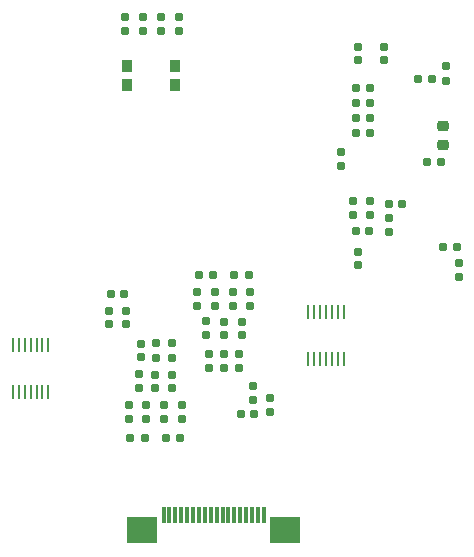
<source format=gbr>
%TF.GenerationSoftware,KiCad,Pcbnew,(7.0.0)*%
%TF.CreationDate,2023-05-27T11:20:30+01:00*%
%TF.ProjectId,left_main,6c656674-5f6d-4616-996e-2e6b69636164,rev?*%
%TF.SameCoordinates,Original*%
%TF.FileFunction,Paste,Top*%
%TF.FilePolarity,Positive*%
%FSLAX46Y46*%
G04 Gerber Fmt 4.6, Leading zero omitted, Abs format (unit mm)*
G04 Created by KiCad (PCBNEW (7.0.0)) date 2023-05-27 11:20:30*
%MOMM*%
%LPD*%
G01*
G04 APERTURE LIST*
G04 Aperture macros list*
%AMRoundRect*
0 Rectangle with rounded corners*
0 $1 Rounding radius*
0 $2 $3 $4 $5 $6 $7 $8 $9 X,Y pos of 4 corners*
0 Add a 4 corners polygon primitive as box body*
4,1,4,$2,$3,$4,$5,$6,$7,$8,$9,$2,$3,0*
0 Add four circle primitives for the rounded corners*
1,1,$1+$1,$2,$3*
1,1,$1+$1,$4,$5*
1,1,$1+$1,$6,$7*
1,1,$1+$1,$8,$9*
0 Add four rect primitives between the rounded corners*
20,1,$1+$1,$2,$3,$4,$5,0*
20,1,$1+$1,$4,$5,$6,$7,0*
20,1,$1+$1,$6,$7,$8,$9,0*
20,1,$1+$1,$8,$9,$2,$3,0*%
G04 Aperture macros list end*
%ADD10RoundRect,0.155000X-0.212500X-0.155000X0.212500X-0.155000X0.212500X0.155000X-0.212500X0.155000X0*%
%ADD11RoundRect,0.155000X0.155000X-0.212500X0.155000X0.212500X-0.155000X0.212500X-0.155000X-0.212500X0*%
%ADD12RoundRect,0.155000X-0.155000X0.212500X-0.155000X-0.212500X0.155000X-0.212500X0.155000X0.212500X0*%
%ADD13R,0.304800X1.397000*%
%ADD14R,2.641600X2.311400*%
%ADD15RoundRect,0.160000X0.160000X-0.197500X0.160000X0.197500X-0.160000X0.197500X-0.160000X-0.197500X0*%
%ADD16RoundRect,0.160000X0.197500X0.160000X-0.197500X0.160000X-0.197500X-0.160000X0.197500X-0.160000X0*%
%ADD17RoundRect,0.160000X-0.160000X0.197500X-0.160000X-0.197500X0.160000X-0.197500X0.160000X0.197500X0*%
%ADD18RoundRect,0.155000X0.212500X0.155000X-0.212500X0.155000X-0.212500X-0.155000X0.212500X-0.155000X0*%
%ADD19RoundRect,0.160000X-0.197500X-0.160000X0.197500X-0.160000X0.197500X0.160000X-0.197500X0.160000X0*%
%ADD20R,0.280000X1.200000*%
%ADD21R,0.900000X1.000000*%
%ADD22RoundRect,0.218750X-0.256250X0.218750X-0.256250X-0.218750X0.256250X-0.218750X0.256250X0.218750X0*%
G04 APERTURE END LIST*
D10*
%TO.C,C16*%
X70298500Y-67564000D03*
X71433500Y-67564000D03*
%TD*%
D11*
%TO.C,C56*%
X62302500Y-67967500D03*
X62302500Y-66832500D03*
%TD*%
D12*
%TO.C,C5*%
X82442500Y-36507000D03*
X82442500Y-37642000D03*
%TD*%
D13*
%TO.C,J1*%
X63750000Y-76154499D03*
X64249999Y-76154499D03*
X64750000Y-76154499D03*
X65249999Y-76154499D03*
X65750001Y-76154499D03*
X66250000Y-76154499D03*
X66749999Y-76154499D03*
X67250001Y-76154499D03*
X67749999Y-76154499D03*
X68250001Y-76154499D03*
X68750000Y-76154499D03*
X69249999Y-76154499D03*
X69750001Y-76154499D03*
X70250000Y-76154499D03*
X70750001Y-76154499D03*
X71250000Y-76154499D03*
X71749999Y-76154499D03*
X72250001Y-76154499D03*
D14*
X74032499Y-77399099D03*
X61967499Y-77399099D03*
%TD*%
D10*
%TO.C,C2*%
X80063000Y-41240500D03*
X81198000Y-41240500D03*
%TD*%
D12*
%TO.C,C4*%
X80192500Y-36507000D03*
X80192500Y-37642000D03*
%TD*%
D15*
%TO.C,R4*%
X88750000Y-56000000D03*
X88750000Y-54805000D03*
%TD*%
D12*
%TO.C,C14*%
X70100000Y-62530000D03*
X70100000Y-63665000D03*
%TD*%
D15*
%TO.C,R75*%
X81200000Y-50697500D03*
X81200000Y-49502500D03*
%TD*%
D12*
%TO.C,C48*%
X63802500Y-66832500D03*
X63802500Y-67967500D03*
%TD*%
D16*
%TO.C,R49*%
X62147500Y-69600000D03*
X60952500Y-69600000D03*
%TD*%
D17*
%TO.C,R6*%
X67600000Y-62500000D03*
X67600000Y-63695000D03*
%TD*%
D11*
%TO.C,C12*%
X67352500Y-60867500D03*
X67352500Y-59732500D03*
%TD*%
D12*
%TO.C,C15*%
X72750000Y-66234500D03*
X72750000Y-67369500D03*
%TD*%
D15*
%TO.C,R44*%
X64452500Y-62797500D03*
X64452500Y-61602500D03*
%TD*%
D12*
%TO.C,C49*%
X64452500Y-64232500D03*
X64452500Y-65367500D03*
%TD*%
D11*
%TO.C,C1*%
X78800000Y-46535000D03*
X78800000Y-45400000D03*
%TD*%
D12*
%TO.C,C54*%
X60550000Y-58832500D03*
X60550000Y-59967500D03*
%TD*%
D18*
%TO.C,C47*%
X60405165Y-57400000D03*
X59270165Y-57400000D03*
%TD*%
D16*
%TO.C,R5*%
X81228000Y-43740500D03*
X80033000Y-43740500D03*
%TD*%
D15*
%TO.C,R42*%
X63100000Y-62797500D03*
X63100000Y-61602500D03*
%TD*%
D11*
%TO.C,C9*%
X68100000Y-58417500D03*
X68100000Y-57282500D03*
%TD*%
D19*
%TO.C,R1*%
X86033000Y-46240500D03*
X87228000Y-46240500D03*
%TD*%
D20*
%TO.C,J24*%
X53999999Y-65699999D03*
X53999999Y-61699999D03*
X53499999Y-65699999D03*
X53499999Y-61699999D03*
X52999999Y-65699999D03*
X52999999Y-61699999D03*
X52499999Y-65699999D03*
X52499999Y-61699999D03*
X51999999Y-65699999D03*
X51999999Y-61699999D03*
X51499999Y-65699999D03*
X51499999Y-61699999D03*
X50999999Y-65699999D03*
X50999999Y-61699999D03*
%TD*%
D15*
%TO.C,R74*%
X79800000Y-50697500D03*
X79800000Y-49502500D03*
%TD*%
D10*
%TO.C,C6*%
X87432500Y-53402500D03*
X88567500Y-53402500D03*
%TD*%
D16*
%TO.C,R47*%
X65147500Y-69600000D03*
X63952500Y-69600000D03*
%TD*%
D18*
%TO.C,C77*%
X81198000Y-39990500D03*
X80063000Y-39990500D03*
%TD*%
D12*
%TO.C,C13*%
X70352500Y-59765000D03*
X70352500Y-60900000D03*
%TD*%
%TO.C,C10*%
X69600000Y-57282500D03*
X69600000Y-58417500D03*
%TD*%
D17*
%TO.C,R72*%
X61976000Y-33946500D03*
X61976000Y-35141500D03*
%TD*%
D20*
%TO.C,J23*%
X75999999Y-58949999D03*
X75999999Y-62949999D03*
X76499999Y-58949999D03*
X76499999Y-62949999D03*
X76999999Y-58949999D03*
X76999999Y-62949999D03*
X77499999Y-58949999D03*
X77499999Y-62949999D03*
X77999999Y-58949999D03*
X77999999Y-62949999D03*
X78499999Y-58949999D03*
X78499999Y-62949999D03*
X78999999Y-58949999D03*
X78999999Y-62949999D03*
%TD*%
D17*
%TO.C,R2*%
X87630500Y-38143000D03*
X87630500Y-39338000D03*
%TD*%
D15*
%TO.C,R7*%
X68850000Y-63695000D03*
X68850000Y-62500000D03*
%TD*%
D17*
%TO.C,R73*%
X60452000Y-33946500D03*
X60452000Y-35141500D03*
%TD*%
D15*
%TO.C,R43*%
X65302500Y-67997500D03*
X65302500Y-66802500D03*
%TD*%
D18*
%TO.C,C75*%
X81167500Y-52100000D03*
X80032500Y-52100000D03*
%TD*%
D12*
%TO.C,C78*%
X63500000Y-33976500D03*
X63500000Y-35111500D03*
%TD*%
%TO.C,C79*%
X65083500Y-33976500D03*
X65083500Y-35111500D03*
%TD*%
D11*
%TO.C,C58*%
X59150000Y-59967500D03*
X59150000Y-58832500D03*
%TD*%
D21*
%TO.C,SW2*%
X64749999Y-39699999D03*
X60649999Y-39699999D03*
X64749999Y-38099999D03*
X60649999Y-38099999D03*
%TD*%
D11*
%TO.C,C52*%
X61652500Y-65335000D03*
X61652500Y-64200000D03*
%TD*%
%TO.C,C76*%
X80200000Y-54967500D03*
X80200000Y-53832500D03*
%TD*%
D19*
%TO.C,R8*%
X66752500Y-55800000D03*
X67947500Y-55800000D03*
%TD*%
D12*
%TO.C,C11*%
X68850000Y-59782500D03*
X68850000Y-60917500D03*
%TD*%
D17*
%TO.C,R10*%
X71100000Y-57252500D03*
X71100000Y-58447500D03*
%TD*%
D15*
%TO.C,R53*%
X60802500Y-67997500D03*
X60802500Y-66802500D03*
%TD*%
D11*
%TO.C,C7*%
X82800000Y-52129500D03*
X82800000Y-50994500D03*
%TD*%
D17*
%TO.C,R11*%
X66600000Y-57252500D03*
X66600000Y-58447500D03*
%TD*%
D16*
%TO.C,R3*%
X86478000Y-39240500D03*
X85283000Y-39240500D03*
%TD*%
D19*
%TO.C,R9*%
X69752500Y-55800000D03*
X70947500Y-55800000D03*
%TD*%
D22*
%TO.C,D1*%
X87380500Y-43203000D03*
X87380500Y-44778000D03*
%TD*%
D11*
%TO.C,C17*%
X71347500Y-66367500D03*
X71347500Y-65232500D03*
%TD*%
D10*
%TO.C,C3*%
X80063000Y-42490500D03*
X81198000Y-42490500D03*
%TD*%
D11*
%TO.C,C50*%
X63052500Y-65367500D03*
X63052500Y-64232500D03*
%TD*%
D12*
%TO.C,C43*%
X61850000Y-61632500D03*
X61850000Y-62767500D03*
%TD*%
D10*
%TO.C,C8*%
X82832500Y-49784000D03*
X83967500Y-49784000D03*
%TD*%
M02*

</source>
